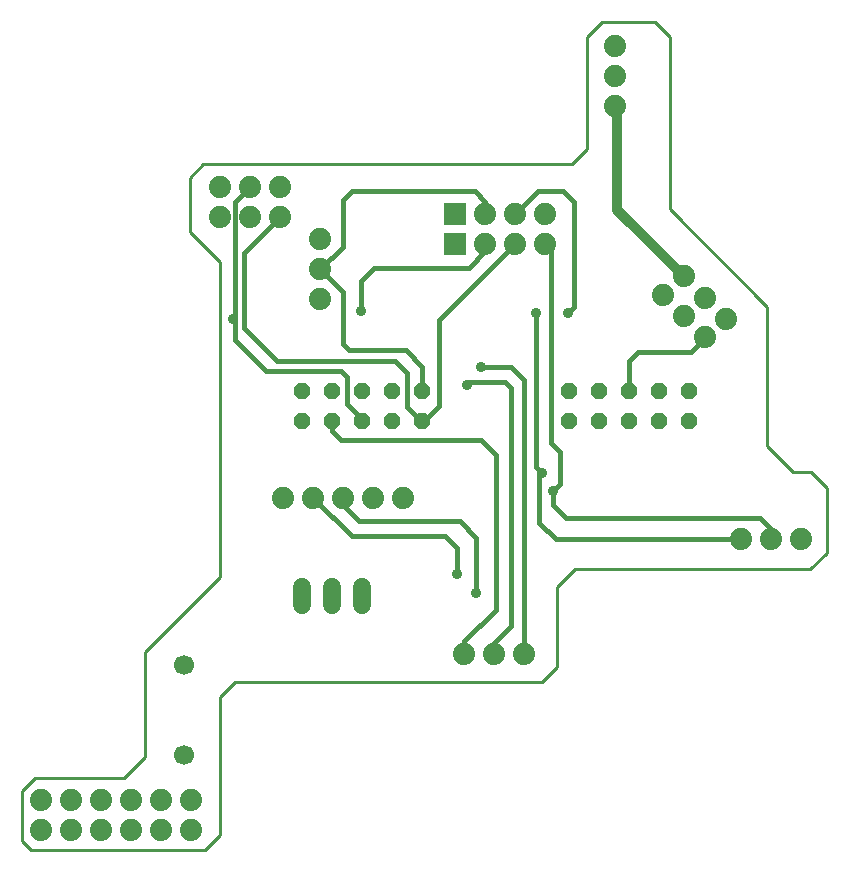
<source format=gbl>
G75*
%MOIN*%
%OFA0B0*%
%FSLAX24Y24*%
%IPPOS*%
%LPD*%
%AMOC8*
5,1,8,0,0,1.08239X$1,22.5*
%
%ADD10C,0.0100*%
%ADD11C,0.0740*%
%ADD12C,0.0669*%
%ADD13OC8,0.0560*%
%ADD14C,0.0600*%
%ADD15R,0.0740X0.0740*%
%ADD16C,0.0320*%
%ADD17C,0.0356*%
%ADD18C,0.0160*%
D10*
X000450Y000150D02*
X000150Y000450D01*
X000150Y002100D01*
X000600Y002550D01*
X003550Y002550D01*
X004250Y003250D01*
X004250Y006750D01*
X006750Y009250D01*
X006750Y019750D01*
X005750Y020750D01*
X005750Y022550D01*
X006200Y023000D01*
X018500Y023000D01*
X019000Y023500D01*
X019000Y027250D01*
X019500Y027750D01*
X021250Y027750D01*
X021750Y027250D01*
X021750Y021500D01*
X025000Y018250D01*
X025000Y013600D01*
X025850Y012750D01*
X026450Y012750D01*
X027000Y012200D01*
X027000Y010050D01*
X026425Y009500D01*
X018600Y009500D01*
X018000Y008900D01*
X018000Y006250D01*
X017500Y005750D01*
X007250Y005750D01*
X006750Y005250D01*
X006750Y000650D01*
X006250Y000150D01*
X000450Y000150D01*
D11*
X000800Y000800D03*
X000800Y001800D03*
X001800Y001800D03*
X001800Y000800D03*
X002800Y000800D03*
X002800Y001800D03*
X003800Y001800D03*
X003800Y000800D03*
X004800Y000800D03*
X004800Y001800D03*
X005800Y001800D03*
X005800Y000800D03*
X014900Y006675D03*
X015900Y006675D03*
X016900Y006675D03*
X012875Y011875D03*
X011875Y011875D03*
X010875Y011875D03*
X009875Y011875D03*
X008875Y011875D03*
X010100Y018500D03*
X010100Y019500D03*
X010100Y020500D03*
X008750Y021250D03*
X008750Y022250D03*
X007750Y022250D03*
X006750Y022250D03*
X006750Y021250D03*
X007750Y021250D03*
X015600Y021350D03*
X015600Y020350D03*
X016600Y020350D03*
X016600Y021350D03*
X017600Y021350D03*
X017600Y020350D03*
X021525Y018650D03*
X022211Y019264D03*
X022918Y018557D03*
X022232Y017943D03*
X022939Y017236D03*
X023625Y017850D03*
X019925Y024950D03*
X019925Y025950D03*
X019925Y026950D03*
X024125Y010500D03*
X025125Y010500D03*
X026125Y010500D03*
D12*
X005550Y006300D03*
X005550Y003300D03*
D13*
X009500Y014450D03*
X010500Y014450D03*
X010500Y015450D03*
X009500Y015450D03*
X011500Y015450D03*
X012500Y015450D03*
X013500Y015450D03*
X013500Y014450D03*
X012500Y014450D03*
X011500Y014450D03*
X018400Y014450D03*
X019400Y014450D03*
X020400Y014450D03*
X021400Y014450D03*
X022400Y014450D03*
X022400Y015450D03*
X021400Y015450D03*
X020400Y015450D03*
X019400Y015450D03*
X018400Y015450D03*
D14*
X011500Y008900D02*
X011500Y008300D01*
X010500Y008300D02*
X010500Y008900D01*
X009500Y008900D02*
X009500Y008300D01*
D15*
X014600Y020350D03*
X014600Y021350D03*
D16*
X020000Y021475D02*
X020238Y021237D01*
X020288Y021187D01*
X022211Y019264D01*
X020000Y021475D02*
X020000Y024950D01*
D17*
X020288Y021187D03*
X018350Y018050D03*
X017300Y018050D03*
X015450Y016250D03*
X015000Y015650D03*
X011450Y018100D03*
X007200Y017850D03*
X014650Y009350D03*
X015300Y008700D03*
X017850Y012100D03*
X017500Y012700D03*
D18*
X017300Y012900D01*
X017300Y018050D01*
X018350Y018050D02*
X018550Y018250D01*
X018550Y021750D01*
X018200Y022100D01*
X017350Y022100D01*
X016600Y021350D01*
X016600Y020350D02*
X014050Y017800D01*
X014050Y014950D01*
X013550Y014450D01*
X013500Y014450D01*
X013450Y014450D01*
X013000Y014900D01*
X013000Y016050D01*
X012600Y016450D01*
X008650Y016450D01*
X007550Y017550D01*
X007550Y020050D01*
X008750Y021250D01*
X007750Y022250D02*
X007250Y021750D01*
X007250Y018050D01*
X007200Y017850D01*
X007250Y018050D02*
X007250Y017150D01*
X008300Y016100D01*
X010800Y016100D01*
X011000Y015900D01*
X011000Y015000D01*
X011500Y014500D01*
X011500Y014450D01*
X010800Y013800D02*
X010500Y014100D01*
X010500Y014450D01*
X010800Y013800D02*
X015450Y013800D01*
X015950Y013300D01*
X015950Y008150D01*
X014900Y007100D01*
X014900Y006675D01*
X015900Y006675D02*
X015900Y007050D01*
X016450Y007600D01*
X016450Y015550D01*
X016250Y015750D01*
X015100Y015750D01*
X015000Y015650D01*
X015450Y016250D02*
X016450Y016250D01*
X016900Y015800D01*
X016900Y006675D01*
X015300Y008700D02*
X015300Y010550D01*
X014750Y011100D01*
X011400Y011100D01*
X010900Y011600D01*
X010900Y011850D01*
X010875Y011875D01*
X009875Y011875D02*
X011150Y010600D01*
X014250Y010600D01*
X014650Y010200D01*
X014650Y009350D01*
X017400Y011050D02*
X017400Y012600D01*
X017500Y012700D01*
X018100Y012350D02*
X017850Y012100D01*
X017850Y011650D01*
X018300Y011200D01*
X024750Y011200D01*
X025125Y010825D01*
X025125Y010500D01*
X024125Y010500D02*
X017950Y010500D01*
X017400Y011050D01*
X018100Y012350D02*
X018100Y013400D01*
X017800Y013700D01*
X017800Y020200D01*
X017650Y020350D01*
X017600Y020350D01*
X015600Y020350D02*
X015600Y020100D01*
X015050Y019550D01*
X011900Y019550D01*
X011450Y019100D01*
X011450Y018100D01*
X010850Y018750D02*
X010850Y017000D01*
X011050Y016800D01*
X012950Y016800D01*
X013500Y016250D01*
X013500Y015450D01*
X010850Y018750D02*
X010100Y019500D01*
X010850Y020250D01*
X010850Y021800D01*
X011150Y022100D01*
X015250Y022100D01*
X015600Y021750D01*
X015600Y021350D01*
X020400Y016450D02*
X020700Y016750D01*
X022450Y016750D01*
X022936Y017236D01*
X022939Y017236D01*
X020400Y016450D02*
X020400Y015450D01*
M02*

</source>
